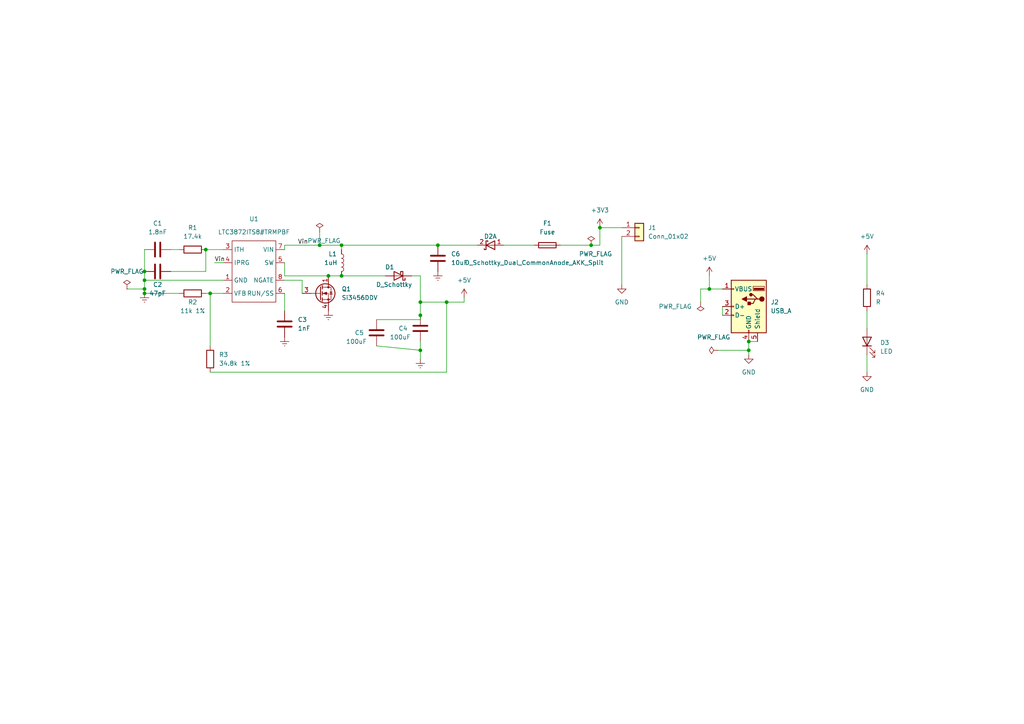
<source format=kicad_sch>
(kicad_sch (version 20211123) (generator eeschema)
  (paper "A4")
  (lib_symbols
    (symbol "Connector:USB_A" (pin_names (offset 1.016))
      (property "Reference" "J" (at -5.08 11.43 0))
      (property "Value" "USB_A" (at -5.08 8.89 0))
      (symbol "USB_A_0_1"
        (rectangle (start -5.08 -7.62) (end 5.08 7.62) (stroke (width 0.254)) (fill (type background)))
        (circle (center -3.81 2.159) (radius 0.635) (stroke (width 0.254)) (fill (type outline)))
        (rectangle (start -1.524 4.826) (end -4.318 5.334) (fill (type outline)))
        (rectangle (start -1.27 4.572) (end -4.572 5.842))
        (circle (center -0.635 3.429) (radius 0.381) (stroke (width 0.254)) (fill (type outline)))
        (rectangle (start -0.127 -7.62) (end 0.127 -6.858))
        (polyline (pts (xy -3.175 2.159) (xy -2.54 2.159) (xy -1.27 3.429) (xy -0.635 3.429)) (stroke (width 0.254)))
        (polyline (pts (xy -2.54 2.159) (xy -1.905 2.159) (xy -1.27 0.889) (xy 0 0.889)) (stroke (width 0.254)))
        (polyline (pts (xy 0.635 2.794) (xy 0.635 1.524) (xy 1.905 2.159) (xy 0.635 2.794)) (stroke (width 0.254)) (fill (type outline)))
        (rectangle (start 0.254 1.27) (end -0.508 0.508) (stroke (width 0.254)) (fill (type outline)))
        (rectangle (start 5.08 -2.667) (end 4.318 -2.413))
        (rectangle (start 5.08 -0.127) (end 4.318 0.127))
        (rectangle (start 5.08 4.953) (end 4.318 5.207))
      )
      (symbol "USB_A_1_1"
        (polyline (pts (xy -1.905 2.159) (xy 0.635 2.159)) (stroke (width 0.254)))
        (pin power_in line (at 7.62 5.08 180) (length 2.54) (name "VBUS") (number "1"))
        (pin bidirectional line (at 7.62 -2.54 180) (length 2.54) (name "D-") (number "2"))
        (pin bidirectional line (at 7.62 0 180) (length 2.54) (name "D+") (number "3"))
        (pin power_in line (at 0 -10.16 90) (length 2.54) (name "GND") (number "4"))
        (pin passive line (at -2.54 -10.16 90) (length 2.54) (name "Shield") (number "5"))
      )
    )
    (symbol "Connector_Generic:Conn_01x02" (pin_names (offset 1.016) hide)
      (property "Reference" "J" (at 0 2.54 0))
      (property "Value" "Conn_01x02" (at 0 -5.08 0))
      (symbol "Conn_01x02_1_1"
        (rectangle (start -1.27 -2.413) (end 0 -2.667) (stroke (width 0.1524)))
        (rectangle (start -1.27 0.127) (end 0 -0.127) (stroke (width 0.1524)))
        (rectangle (start -1.27 1.27) (end 1.27 -3.81) (stroke (width 0.254)) (fill (type background)))
        (pin passive line (at -5.08 0 0) (length 3.81) (name "Pin_1") (number "1"))
        (pin passive line (at -5.08 -2.54 0) (length 3.81) (name "Pin_2") (number "2"))
      )
    )
    (symbol "Device:C" (pin_numbers hide) (pin_names (offset 0.254))
      (property "Reference" "C" (at 0.635 2.54 0))
      (property "Value" "C" (at 0.635 -2.54 0))
      (symbol "C_0_1"
        (polyline (pts (xy -2.032 -0.762) (xy 2.032 -0.762)) (stroke (width 0.508)))
        (polyline (pts (xy -2.032 0.762) (xy 2.032 0.762)) (stroke (width 0.508)))
      )
      (symbol "C_1_1"
        (pin passive line (at 0 3.81 270) (length 2.794) (name "~") (number "1"))
        (pin passive line (at 0 -3.81 90) (length 2.794) (name "~") (number "2"))
      )
    )
    (symbol "Device:D_Schottky" (pin_numbers hide) (pin_names (offset 1.016) hide)
      (property "Reference" "D" (at 0 2.54 0))
      (property "Value" "D_Schottky" (at 0 -2.54 0))
      (symbol "D_Schottky_0_1"
        (polyline (pts (xy 1.27 0) (xy -1.27 0)))
        (polyline (pts (xy 1.27 1.27) (xy 1.27 -1.27) (xy -1.27 0) (xy 1.27 1.27)) (stroke (width 0.254)))
        (polyline (pts (xy -1.905 0.635) (xy -1.905 1.27) (xy -1.27 1.27) (xy -1.27 -1.27) (xy -0.635 -1.27) (xy -0.635 -0.635)) (stroke (width 0.254)))
      )
      (symbol "D_Schottky_1_1"
        (pin passive line (at -3.81 0 0) (length 2.54) (name "K") (number "1"))
        (pin passive line (at 3.81 0 180) (length 2.54) (name "A") (number "2"))
      )
    )
    (symbol "Device:D_Schottky_Dual_CommonAnode_AKK_Split" (pin_names (offset 0.762) hide)
      (property "Reference" "D" (at 0 2.54 0))
      (property "Value" "D_Schottky_Dual_CommonAnode_AKK_Split" (at 0 -2.54 0))
      (symbol "D_Schottky_Dual_CommonAnode_AKK_Split_0_1"
        (polyline (pts (xy -1.27 1.27) (xy 1.27 0) (xy -1.27 -1.27) (xy -1.27 1.27) (xy -1.27 1.27) (xy -1.27 1.27)) (stroke (width 0.254)))
        (polyline (pts (xy 1.778 1.016) (xy 1.778 1.27) (xy 1.27 1.27) (xy 1.27 -1.27) (xy 0.762 -1.27) (xy 0.762 -1.016)) (stroke (width 0.254)))
      )
      (symbol "D_Schottky_Dual_CommonAnode_AKK_Split_1_1"
        (polyline (pts (xy 1.27 0) (xy -1.27 0)))
        (pin passive line (at -3.81 0 0) (length 2.54) (name "A") (number "1"))
        (pin passive line (at 3.81 0 180) (length 2.54) (name "K") (number "2"))
      )
      (symbol "D_Schottky_Dual_CommonAnode_AKK_Split_2_0"
        (polyline (pts (xy 1.27 0) (xy -3.81 0)))
        (text "1" (at -2.54 1.27 0) (effects (font (size 1.27 1.27))))
      )
      (symbol "D_Schottky_Dual_CommonAnode_AKK_Split_2_1"
        (pin passive line (at 3.81 0 180) (length 2.54) (name "K") (number "3"))
      )
    )
    (symbol "Device:Fuse" (pin_numbers hide) (pin_names (offset 0))
      (property "Reference" "F" (at 2.032 0 90))
      (property "Value" "Fuse" (at -1.905 0 90))
      (symbol "Fuse_0_1"
        (rectangle (start -0.762 -2.54) (end 0.762 2.54) (stroke (width 0.254)))
        (polyline (pts (xy 0 2.54) (xy 0 -2.54)))
      )
      (symbol "Fuse_1_1"
        (pin passive line (at 0 3.81 270) (length 1.27) (name "~") (number "1"))
        (pin passive line (at 0 -3.81 90) (length 1.27) (name "~") (number "2"))
      )
    )
    (symbol "Device:L" (pin_numbers hide) (pin_names (offset 1.016) hide)
      (property "Reference" "L" (at -1.27 0 90))
      (property "Value" "L" (at 1.905 0 90))
      (symbol "L_0_1"
        (arc (start 0 -2.54) (mid 0.635 -1.905) (end 0 -1.27))
        (arc (start 0 -1.27) (mid 0.635 -0.635) (end 0 0))
        (arc (start 0 0) (mid 0.635 0.635) (end 0 1.27))
        (arc (start 0 1.27) (mid 0.635 1.905) (end 0 2.54))
      )
      (symbol "L_1_1"
        (pin passive line (at 0 3.81 270) (length 1.27) (name "1") (number "1"))
        (pin passive line (at 0 -3.81 90) (length 1.27) (name "2") (number "2"))
      )
    )
    (symbol "Device:LED" (pin_numbers hide) (pin_names (offset 1.016) hide)
      (property "Reference" "D" (at 0 2.54 0))
      (property "Value" "LED" (at 0 -2.54 0))
      (symbol "LED_0_1"
        (polyline (pts (xy -1.27 -1.27) (xy -1.27 1.27)) (stroke (width 0.254)))
        (polyline (pts (xy -1.27 0) (xy 1.27 0)))
        (polyline (pts (xy 1.27 -1.27) (xy 1.27 1.27) (xy -1.27 0) (xy 1.27 -1.27)) (stroke (width 0.254)))
        (polyline (pts (xy -3.048 -0.762) (xy -4.572 -2.286) (xy -3.81 -2.286) (xy -4.572 -2.286) (xy -4.572 -1.524)))
        (polyline (pts (xy -1.778 -0.762) (xy -3.302 -2.286) (xy -2.54 -2.286) (xy -3.302 -2.286) (xy -3.302 -1.524)))
      )
      (symbol "LED_1_1"
        (pin passive line (at -3.81 0 0) (length 2.54) (name "K") (number "1"))
        (pin passive line (at 3.81 0 180) (length 2.54) (name "A") (number "2"))
      )
    )
    (symbol "Device:R" (pin_numbers hide) (pin_names (offset 0))
      (property "Reference" "R" (at 2.032 0 90))
      (property "Value" "R" (at 0 0 90))
      (symbol "R_0_1"
        (rectangle (start -1.016 -2.54) (end 1.016 2.54) (stroke (width 0.254)))
      )
      (symbol "R_1_1"
        (pin passive line (at 0 3.81 270) (length 1.27) (name "~") (number "1"))
        (pin passive line (at 0 -3.81 90) (length 1.27) (name "~") (number "2"))
      )
    )
    (symbol "New_Library_1:LTC3872ITS8#TRMPBF"
      (property "Reference" "U1" (at 0 15.24 0))
      (property "Value" "LTC3872ITS8#TRMPBF" (at 0 11.43 0))
      (symbol "LTC3872ITS8#TRMPBF_0_1"
        (rectangle (start -6.35 8.89) (end 6.35 -8.89))
      )
      (symbol "LTC3872ITS8#TRMPBF_1_1"
        (pin power_in line (at -8.89 -2.54 0) (length 2.54) (name "GND") (number "1"))
        (pin input line (at -8.89 -6.35 0) (length 2.54) (name "VFB") (number "2"))
        (pin input line (at -8.89 6.35 0) (length 2.54) (name "ITH") (number "3"))
        (pin input line (at -8.89 2.54 0) (length 2.54) (name "IPRG") (number "4"))
        (pin output line (at 8.89 2.54 180) (length 2.54) (name "SW") (number "5"))
        (pin input line (at 8.89 -6.35 180) (length 2.54) (name "RUN/SS") (number "6"))
        (pin power_in line (at 8.89 6.35 180) (length 2.54) (name "VIN") (number "7"))
        (pin passive line (at 8.89 -2.54 180) (length 2.54) (name "NGATE") (number "8"))
      )
    )
    (symbol "Transistor_FET:Si3456DDV" (pin_names hide)
      (property "Reference" "Q" (at 5.08 1.905 0))
      (property "Value" "Si3456DDV" (at 5.08 0 0))
      (symbol "Si3456DDV_0_1"
        (polyline (pts (xy 0.254 0) (xy -2.54 0)))
        (polyline (pts (xy 0.254 1.905) (xy 0.254 -1.905)) (stroke (width 0.254)))
        (polyline (pts (xy 0.762 -1.27) (xy 0.762 -2.286)) (stroke (width 0.254)))
        (polyline (pts (xy 0.762 0.508) (xy 0.762 -0.508)) (stroke (width 0.254)))
        (polyline (pts (xy 0.762 2.286) (xy 0.762 1.27)) (stroke (width 0.254)))
        (polyline (pts (xy 2.54 2.54) (xy 2.54 1.778)))
        (polyline (pts (xy 2.921 0.381) (xy 3.683 0.381)))
        (polyline (pts (xy 2.54 -2.54) (xy 2.54 0) (xy 0.762 0)))
        (polyline (pts (xy 0.762 -1.778) (xy 3.302 -1.778) (xy 3.302 1.778) (xy 0.762 1.778)))
        (polyline (pts (xy 1.016 0) (xy 2.032 0.381) (xy 2.032 -0.381) (xy 1.016 0)) (fill (type outline)))
        (polyline (pts (xy 3.302 0.381) (xy 2.921 -0.254) (xy 3.683 -0.254) (xy 3.302 0.381)))
        (circle (center 1.651 0) (radius 2.794) (stroke (width 0.254)))
        (circle (center 2.54 -1.778) (radius 0.254) (fill (type outline)))
        (circle (center 2.54 1.778) (radius 0.254) (fill (type outline)))
      )
      (symbol "Si3456DDV_1_1"
        (pin passive line (at 2.54 5.08 270) (length 2.54) (name "D") (number "1"))
        (pin passive line (at 2.54 5.08 270) (length 2.54) hide (name "D") (number "2"))
        (pin input line (at -5.08 0 0) (length 2.54) (name "G") (number "3"))
        (pin passive line (at 2.54 -5.08 90) (length 2.54) (name "S") (number "4"))
        (pin passive line (at 2.54 5.08 270) (length 2.54) hide (name "D") (number "5"))
        (pin passive line (at 2.54 5.08 270) (length 2.54) hide (name "D") (number "6"))
      )
    )
    (symbol "power:+3.3V" (power) (pin_names (offset 0))
      (property "Value" "+3.3V" (at 0 3.556 0))
      (symbol "+3.3V_0_1"
        (polyline (pts (xy -0.762 1.27) (xy 0 2.54)))
        (polyline (pts (xy 0 0) (xy 0 2.54)))
        (polyline (pts (xy 0 2.54) (xy 0.762 1.27)))
      )
      (symbol "+3.3V_1_1"
        (pin power_in line (at 0 0 90) (length 0) hide (name "+3V3") (number "1"))
      )
    )
    (symbol "power:+5V" (power) (pin_names (offset 0))
      (property "Value" "+5V" (at 0 3.556 0))
      (symbol "+5V_0_1"
        (polyline (pts (xy -0.762 1.27) (xy 0 2.54)))
        (polyline (pts (xy 0 0) (xy 0 2.54)))
        (polyline (pts (xy 0 2.54) (xy 0.762 1.27)))
      )
      (symbol "+5V_1_1"
        (pin power_in line (at 0 0 90) (length 0) hide (name "+5V") (number "1"))
      )
    )
    (symbol "power:Earth" (power) (pin_names (offset 0))
      (symbol "Earth_0_1"
        (polyline (pts (xy -0.635 -1.905) (xy 0.635 -1.905)))
        (polyline (pts (xy -0.127 -2.54) (xy 0.127 -2.54)))
        (polyline (pts (xy 0 -1.27) (xy 0 0)))
        (polyline (pts (xy 1.27 -1.27) (xy -1.27 -1.27)))
      )
      (symbol "Earth_1_1"
        (pin power_in line (at 0 0 270) (length 0) hide (name "Earth") (number "1"))
      )
    )
    (symbol "power:GND" (power) (pin_names (offset 0))
      (property "Value" "GND" (at 0 -3.81 0))
      (symbol "GND_0_1"
        (polyline (pts (xy 0 0) (xy 0 -1.27) (xy 1.27 -1.27) (xy 0 -2.54) (xy -1.27 -1.27) (xy 0 -1.27)))
      )
      (symbol "GND_1_1"
        (pin power_in line (at 0 0 270) (length 0) hide (name "GND") (number "1"))
      )
    )
    (symbol "power:PWR_FLAG" (power) (pin_numbers hide) (pin_names (offset 0) hide)
      (property "Value" "PWR_FLAG" (at 0 3.81 0))
      (symbol "PWR_FLAG_0_0"
        (pin power_out line (at 0 0 90) (length 0) (name "pwr") (number "1"))
      )
      (symbol "PWR_FLAG_0_1"
        (polyline (pts (xy 0 0) (xy 0 1.27) (xy -1.016 1.905) (xy 0 2.54) (xy 1.016 1.905) (xy 0 1.27)))
      )
    )
  )
  (junction (at 121.92 91.44))
  (junction (at 92.71 71.12))
  (junction (at 41.91 81.28))
  (junction (at 173.99 66.04))
  (junction (at 121.92 87.63))
  (junction (at 217.17 101.6))
  (junction (at 60.96 85.09))
  (junction (at 99.06 71.12))
  (junction (at 99.06 80.01))
  (junction (at 129.54 87.63))
  (junction (at 95.25 80.01))
  (junction (at 121.92 101.6))
  (junction (at 41.91 78.74))
  (junction (at 41.91 83.82))
  (junction (at 205.74 83.82))
  (junction (at 127 71.12))
  (junction (at 171.45 71.12))
  (junction (at 41.91 85.09))
  (junction (at 217.17 99.06))
  (junction (at 59.69 72.39))
  (wire (pts (xy 95.25 80.01) (xy 99.06 80.01)))
  (wire (pts (xy 180.34 66.04) (xy 173.99 66.04)))
  (wire (pts (xy 209.55 88.9) (xy 209.55 91.44)))
  (wire (pts (xy 180.34 68.58) (xy 180.34 82.55)))
  (wire (pts (xy 92.71 67.31) (xy 92.71 71.12)))
  (wire (pts (xy 208.28 101.6) (xy 217.17 101.6)))
  (wire (pts (xy 121.92 91.44) (xy 121.92 87.63)))
  (wire (pts (xy 129.54 107.95) (xy 129.54 87.63)))
  (wire (pts (xy 59.69 72.39) (xy 64.77 72.39)))
  (wire (pts (xy 162.56 71.12) (xy 171.45 71.12)))
  (wire (pts (xy 121.92 87.63) (xy 129.54 87.63)))
  (wire (pts (xy 41.91 78.74) (xy 41.91 81.28)))
  (wire (pts (xy 109.22 100.33) (xy 121.92 101.6)))
  (wire (pts (xy 99.06 80.01) (xy 111.76 80.01)))
  (wire (pts (xy 60.96 107.95) (xy 129.54 107.95)))
  (wire (pts (xy 173.99 71.12) (xy 171.45 71.12)))
  (wire (pts (xy 146.05 71.12) (xy 154.94 71.12)))
  (wire (pts (xy 82.55 81.28) (xy 87.63 81.28)))
  (wire (pts (xy 209.55 83.82) (xy 205.74 83.82)))
  (wire (pts (xy 82.55 80.01) (xy 95.25 80.01)))
  (wire (pts (xy 251.46 73.66) (xy 251.46 82.55)))
  (wire (pts (xy 134.62 86.36) (xy 134.62 87.63)))
  (wire (pts (xy 203.2 87.63) (xy 203.2 83.82)))
  (wire (pts (xy 60.96 85.09) (xy 60.96 100.33)))
  (wire (pts (xy 87.63 81.28) (xy 87.63 85.09)))
  (wire (pts (xy 41.91 72.39) (xy 41.91 78.74)))
  (wire (pts (xy 82.55 71.12) (xy 82.55 72.39)))
  (wire (pts (xy 173.99 66.04) (xy 173.99 71.12)))
  (wire (pts (xy 217.17 99.06) (xy 217.17 101.6)))
  (wire (pts (xy 82.55 71.12) (xy 92.71 71.12)))
  (wire (pts (xy 129.54 87.63) (xy 134.62 87.63)))
  (wire (pts (xy 36.83 83.82) (xy 41.91 83.82)))
  (wire (pts (xy 92.71 71.12) (xy 99.06 71.12)))
  (wire (pts (xy 99.06 71.12) (xy 127 71.12)))
  (wire (pts (xy 59.69 78.74) (xy 59.69 72.39)))
  (wire (pts (xy 251.46 107.95) (xy 251.46 102.87)))
  (wire (pts (xy 205.74 80.01) (xy 205.74 83.82)))
  (wire (pts (xy 49.53 78.74) (xy 59.69 78.74)))
  (wire (pts (xy 127 71.12) (xy 138.43 71.12)))
  (wire (pts (xy 59.69 85.09) (xy 60.96 85.09)))
  (wire (pts (xy 121.92 99.06) (xy 121.92 101.6)))
  (wire (pts (xy 60.96 85.09) (xy 64.77 85.09)))
  (wire (pts (xy 82.55 85.09) (xy 82.55 90.17)))
  (wire (pts (xy 82.55 80.01) (xy 82.55 76.2)))
  (wire (pts (xy 62.23 76.2) (xy 64.77 76.2)))
  (wire (pts (xy 109.22 92.71) (xy 121.92 92.71)))
  (wire (pts (xy 205.74 83.82) (xy 203.2 83.82)))
  (wire (pts (xy 251.46 90.17) (xy 251.46 95.25)))
  (wire (pts (xy 52.07 85.09) (xy 41.91 85.09)))
  (wire (pts (xy 41.91 83.82) (xy 41.91 85.09)))
  (wire (pts (xy 121.92 92.71) (xy 121.92 91.44)))
  (wire (pts (xy 41.91 81.28) (xy 41.91 83.82)))
  (wire (pts (xy 121.92 80.01) (xy 121.92 87.63)))
  (wire (pts (xy 119.38 80.01) (xy 121.92 80.01)))
  (wire (pts (xy 41.91 81.28) (xy 64.77 81.28)))
  (wire (pts (xy 217.17 101.6) (xy 217.17 102.87)))
  (wire (pts (xy 217.17 99.06) (xy 219.71 99.06)))
  (wire (pts (xy 99.06 71.12) (xy 99.06 72.39)))
  (wire (pts (xy 49.53 72.39) (xy 52.07 72.39)))
  (wire (pts (xy 121.92 101.6) (xy 121.92 104.14)))
  (label "Vin" (at 62.23 76.2 0))
  (label "Vin" (at 86.36 71.12 0))
  (symbol (lib_id "power:Earth") (at 95.25 90.17 0) (unit 1)
    (property "Reference" "#PWR03" (effects hide))
    (property "Value" "Earth" (effects hide))
  )
  (symbol (lib_id "power:PWR_FLAG") (at 92.71 67.31 0) (unit 1)
    (property "Reference" "#FLG02" (effects hide))
    (property "Value" "PWR_FLAG" (at 93.98 69.85 0))
  )
  (symbol (lib_id "Transistor_FET:Si3456DDV") (at 92.71 85.09 0) (unit 1)
    (property "Reference" "Q1" (at 99.06 83.8199 0) (effects (justify left)))
    (property "Value" "Si3456DDV" (at 99.06 86.3599 0) (effects (justify left)))
    (property "Footprint" "Package_SO:TSOP-6_1.65x3.05mm_P0.95mm" (effects hide))
    (property "Datasheet" "https://www.vishay.com/docs/69075/si3456ddv.pdf" (effects hide))
  )
  (symbol (lib_id "Device:D_Schottky") (at 115.57 80.01 180) (unit 1)
    (property "Reference" "D1" (at 113.03 77.47 0))
    (property "Value" "D_Schottky" (at 114.3 82.55 0))
    (property "Footprint" "Diode_SMD:D_SMA" (effects hide))
  )
  (symbol (lib_id "Connector:USB_A") (at 217.17 88.9 0) (mirror y) (unit 1)
    (property "Reference" "J2" (at 223.52 87.6299 0) (effects (justify right)))
    (property "Value" "USB_A" (at 223.52 90.1699 0) (effects (justify right)))
    (property "Footprint" "Connector_USB:USB3_A_Plug_Wuerth_692112030100_Horizontal" (effects hide))
    (property "Datasheet" " ~" (effects hide))
  )
  (symbol (lib_id "power:+5V") (at 134.62 86.36 0) (unit 1)
    (property "Reference" "#PWR06" (effects hide))
    (property "Value" "+5V" (at 134.62 81.28 0))
  )
  (symbol (lib_id "Device:C") (at 127 74.93 0) (unit 1)
    (property "Reference" "C6" (at 130.81 73.6599 0) (effects (justify left)))
    (property "Value" "10uF" (at 130.81 76.1999 0) (effects (justify left)))
    (property "Footprint" "Capacitor_SMD:C_0805_2012Metric" (effects hide))
  )
  (symbol (lib_id "Device:R") (at 55.88 85.09 270) (unit 1)
    (property "Reference" "R2" (at 55.88 87.63 90))
    (property "Value" "11k 1%" (at 55.88 90.17 90))
    (property "Footprint" "Resistor_SMD:R_0805_2012Metric" (effects hide))
  )
  (symbol (lib_id "power:PWR_FLAG") (at 171.45 71.12 0) (unit 1)
    (property "Reference" "#FLG03" (effects hide))
    (property "Value" "PWR_FLAG" (at 172.72 73.66 0))
  )
  (symbol (lib_id "Device:R") (at 60.96 104.14 180) (unit 1)
    (property "Reference" "R3" (at 63.5 102.8699 0) (effects (justify right)))
    (property "Value" " 34.8k 1%" (at 63.5 105.4099 0) (effects (justify right)))
    (property "Footprint" "Resistor_SMD:R_0805_2012Metric" (effects hide))
  )
  (symbol (lib_id "power:PWR_FLAG") (at 208.28 101.6 90) (unit 1)
    (property "Reference" "#FLG05" (effects hide))
    (property "Value" "PWR_FLAG" (at 207.01 97.79 90))
  )
  (symbol (lib_id "power:PWR_FLAG") (at 203.2 87.63 0) (mirror x) (unit 1)
    (property "Reference" "#FLG04" (effects hide))
    (property "Value" "PWR_FLAG" (at 200.66 88.8999 0) (effects (justify right)))
  )
  (symbol (lib_id "Device:Fuse") (at 158.75 71.12 90) (unit 1)
    (property "Reference" "F1" (at 158.75 64.77 90))
    (property "Value" "Fuse" (at 158.75 67.31 90))
    (property "Footprint" "Fuse:Fuse_1812_4532Metric" (effects hide))
  )
  (symbol (lib_id "power:GND") (at 180.34 82.55 0) (unit 1)
    (property "Reference" "#PWR08" (effects hide))
    (property "Value" "GND" (at 180.34 87.63 0))
  )
  (symbol (lib_id "power:Earth") (at 127 78.74 0) (unit 1)
    (property "Reference" "#PWR05" (effects hide))
    (property "Value" "Earth" (effects hide))
  )
  (symbol (lib_id "power:+5V") (at 251.46 73.66 0) (unit 1)
    (property "Reference" "#PWR011" (effects hide))
    (property "Value" "+5V" (at 251.46 68.58 0))
  )
  (symbol (lib_id "power:+3.3V") (at 173.99 66.04 0) (unit 1)
    (property "Reference" "#PWR07" (effects hide))
    (property "Value" "+3.3V" (at 173.99 60.96 0))
  )
  (symbol (lib_id "Device:C") (at 45.72 78.74 270) (unit 1)
    (property "Reference" "C2" (at 45.72 82.55 90))
    (property "Value" "47pF" (at 45.72 85.09 90))
    (property "Footprint" "Capacitor_SMD:C_0805_2012Metric" (effects hide))
  )
  (symbol (lib_id "Device:C") (at 109.22 96.52 0) (unit 1)
    (property "Reference" "C5" (at 102.87 96.52 0) (effects (justify left)))
    (property "Value" "100uF" (at 100.33 99.06 0) (effects (justify left)))
    (property "Footprint" "Capacitor_SMD:C_0805_2012Metric" (effects hide))
  )
  (symbol (lib_id "Device:L") (at 99.06 76.2 0) (unit 1)
    (property "Reference" "L1" (at 95.25 73.66 0) (effects (justify left)))
    (property "Value" "1uH" (at 93.98 76.2 0) (effects (justify left)))
    (property "Footprint" "Inductor_SMD:L_0805_2012Metric" (effects hide))
  )
  (symbol (lib_id "power:+5V") (at 205.74 80.01 0) (unit 1)
    (property "Reference" "#PWR09" (effects hide))
    (property "Value" "+5V" (at 205.74 74.93 0))
  )
  (symbol (lib_id "power:Earth") (at 82.55 97.79 0) (unit 1)
    (property "Reference" "#PWR02" (effects hide))
    (property "Value" "Earth" (effects hide))
  )
  (symbol (lib_id "power:GND") (at 217.17 102.87 0) (unit 1)
    (property "Reference" "#PWR010" (effects hide))
    (property "Value" "GND" (at 217.17 107.95 0))
  )
  (symbol (lib_id "Device:LED") (at 251.46 99.06 90) (unit 1)
    (property "Reference" "D3" (at 255.27 99.3774 90) (effects (justify right)))
    (property "Value" "LED" (at 255.27 101.9174 90) (effects (justify right)))
    (property "Footprint" "LED_SMD:LED_PLCC-2" (effects hide))
  )
  (symbol (lib_id "power:PWR_FLAG") (at 36.83 83.82 0) (unit 1)
    (property "Reference" "#FLG01" (effects hide))
    (property "Value" "PWR_FLAG" (at 36.83 78.74 0))
  )
  (symbol (lib_id "Device:D_Schottky_Dual_CommonAnode_AKK_Split") (at 142.24 71.12 180) (unit 1)
    (property "Reference" "D2" (at 142.24 68.58 0))
    (property "Value" "D_Schottky_Dual_CommonAnode_AKK_Split" (at 154.94 76.2 0))
    (property "Footprint" "Diode_SMD:D_SMA" (effects hide))
  )
  (symbol (lib_id "Device:C") (at 121.92 95.25 0) (unit 1)
    (property "Reference" "C4" (at 115.57 95.25 0) (effects (justify left)))
    (property "Value" "100uF" (at 113.03 97.79 0) (effects (justify left)))
    (property "Footprint" "Capacitor_SMD:C_0805_2012Metric" (effects hide))
  )
  (symbol (lib_id "Device:C") (at 82.55 93.98 0) (unit 1)
    (property "Reference" "C3" (at 86.36 92.7099 0) (effects (justify left)))
    (property "Value" "1nF" (at 86.36 95.2499 0) (effects (justify left)))
    (property "Footprint" "Capacitor_SMD:C_0805_2012Metric" (effects hide))
  )
  (symbol (lib_id "Device:C") (at 45.72 72.39 270) (unit 1)
    (property "Reference" "C1" (at 45.72 64.77 90))
    (property "Value" "1.8nF" (at 45.72 67.31 90))
    (property "Footprint" "Capacitor_SMD:C_0402_1005Metric" (effects hide))
  )
  (symbol (lib_id "Connector_Generic:Conn_01x02") (at 185.42 66.04 0) (unit 1)
    (property "Reference" "J1" (at 187.96 66.0399 0) (effects (justify left)))
    (property "Value" "Conn_01x02" (at 187.96 68.5799 0) (effects (justify left)))
    (property "Footprint" "Connector_PinHeader_1.00mm:PinHeader_1x02_P1.00mm_Horizontal" (effects hide))
  )
  (symbol (lib_id "New_Library_1:LTC3872ITS8#TRMPBF") (at 73.66 78.74 0) (unit 1)
    (property "Reference" "U1" (at 73.66 63.5 0))
    (property "Value" "LTC3872ITS8#TRMPBF" (at 73.66 67.31 0))
    (property "Footprint" "Package_TO_SOT_SMD:SOT-23-8" (effects hide))
  )
  (symbol (lib_id "power:Earth") (at 121.92 104.14 0) (unit 1)
    (property "Reference" "#PWR04" (effects hide))
    (property "Value" "Earth" (effects hide))
  )
  (symbol (lib_id "Device:R") (at 251.46 86.36 0) (unit 1)
    (property "Reference" "R4" (at 254 85.0899 0) (effects (justify left)))
    (property "Value" "R" (at 254 87.6299 0) (effects (justify left)))
    (property "Footprint" "Resistor_SMD:R_0805_2012Metric" (effects hide))
  )
  (symbol (lib_id "power:Earth") (at 41.91 85.09 0) (unit 1)
    (property "Reference" "#PWR01" (effects hide))
    (property "Value" "Earth" (effects hide))
  )
  (symbol (lib_id "power:GND") (at 251.46 107.95 0) (unit 1)
    (property "Reference" "#PWR012" (effects hide))
    (property "Value" "GND" (at 251.46 113.03 0))
  )
  (symbol (lib_id "Device:R") (at 55.88 72.39 270) (unit 1)
    (property "Reference" "R1" (at 55.88 66.04 90))
    (property "Value" "17.4k" (at 55.88 68.58 90))
    (property "Footprint" "Resistor_SMD:R_0805_2012Metric" (effects hide))
  )
)
</source>
